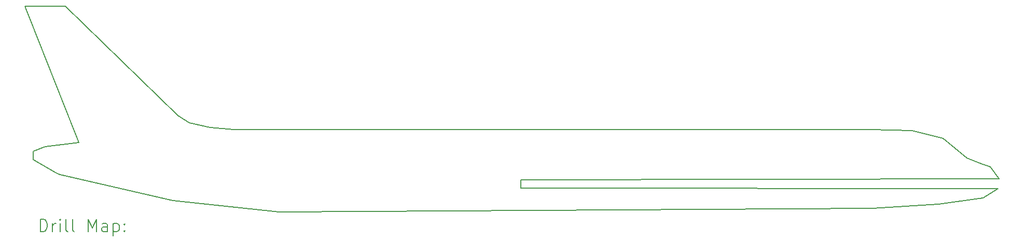
<source format=gbr>
%TF.GenerationSoftware,KiCad,Pcbnew,7.0.10*%
%TF.CreationDate,2024-11-15T18:30:06-05:00*%
%TF.ProjectId,plane_side_view,706c616e-655f-4736-9964-655f76696577,rev?*%
%TF.SameCoordinates,Original*%
%TF.FileFunction,Drillmap*%
%TF.FilePolarity,Positive*%
%FSLAX45Y45*%
G04 Gerber Fmt 4.5, Leading zero omitted, Abs format (unit mm)*
G04 Created by KiCad (PCBNEW 7.0.10) date 2024-11-15 18:30:06*
%MOMM*%
%LPD*%
G01*
G04 APERTURE LIST*
%ADD10C,0.200000*%
G04 APERTURE END LIST*
D10*
X11903330Y-7279906D02*
X11902317Y-7415676D01*
X19688535Y-7421616D02*
X19448796Y-7580352D01*
X19568495Y-7068971D02*
X19393239Y-7010720D01*
X19711997Y-7259616D02*
X19568495Y-7068971D01*
X19182686Y-6922030D02*
X19393239Y-7010720D01*
X18796000Y-6604000D02*
X19182686Y-6922030D01*
X18288000Y-6477000D02*
X18796000Y-6604000D01*
X17607750Y-6455518D02*
X18288000Y-6477000D01*
X18719006Y-7681909D02*
X19448796Y-7580352D01*
X17640197Y-7745760D02*
X18719006Y-7681909D01*
X6223000Y-7620000D02*
X4381271Y-7193609D01*
X7960709Y-7804164D02*
X6223000Y-7620000D01*
X11902317Y-7415676D02*
X19688535Y-7421616D01*
X19711997Y-7259616D02*
X11903330Y-7279906D01*
X4303955Y-7162628D02*
X4322903Y-7170344D01*
X4342105Y-7178080D01*
X4361561Y-7185834D01*
X4381271Y-7193609D01*
X7960709Y-7804164D02*
X17640197Y-7745760D01*
X7216953Y-6455518D02*
X17607750Y-6455518D01*
X6828410Y-6422475D02*
X7216953Y-6455518D01*
X6494560Y-6347274D02*
X6828410Y-6422475D01*
X6308443Y-6234751D02*
X6494560Y-6347274D01*
X4470481Y-4445000D02*
X6308443Y-6234751D01*
X3945111Y-6947568D02*
X4303955Y-7162628D01*
X3945111Y-6816524D02*
X3945111Y-6947568D01*
X4140240Y-6739337D02*
X3945111Y-6816524D01*
X4689730Y-6668958D02*
X4140240Y-6739337D01*
X3810000Y-4445000D02*
X4689730Y-6668958D01*
X4470481Y-4445000D02*
X3810000Y-4445000D01*
X4060777Y-8125648D02*
X4060777Y-7925648D01*
X4060777Y-7925648D02*
X4108396Y-7925648D01*
X4108396Y-7925648D02*
X4136967Y-7935171D01*
X4136967Y-7935171D02*
X4156015Y-7954219D01*
X4156015Y-7954219D02*
X4165539Y-7973267D01*
X4165539Y-7973267D02*
X4175062Y-8011362D01*
X4175062Y-8011362D02*
X4175062Y-8039933D01*
X4175062Y-8039933D02*
X4165539Y-8078029D01*
X4165539Y-8078029D02*
X4156015Y-8097076D01*
X4156015Y-8097076D02*
X4136967Y-8116124D01*
X4136967Y-8116124D02*
X4108396Y-8125648D01*
X4108396Y-8125648D02*
X4060777Y-8125648D01*
X4260777Y-8125648D02*
X4260777Y-7992314D01*
X4260777Y-8030410D02*
X4270301Y-8011362D01*
X4270301Y-8011362D02*
X4279824Y-8001838D01*
X4279824Y-8001838D02*
X4298872Y-7992314D01*
X4298872Y-7992314D02*
X4317920Y-7992314D01*
X4384586Y-8125648D02*
X4384586Y-7992314D01*
X4384586Y-7925648D02*
X4375063Y-7935171D01*
X4375063Y-7935171D02*
X4384586Y-7944695D01*
X4384586Y-7944695D02*
X4394110Y-7935171D01*
X4394110Y-7935171D02*
X4384586Y-7925648D01*
X4384586Y-7925648D02*
X4384586Y-7944695D01*
X4508396Y-8125648D02*
X4489348Y-8116124D01*
X4489348Y-8116124D02*
X4479824Y-8097076D01*
X4479824Y-8097076D02*
X4479824Y-7925648D01*
X4613158Y-8125648D02*
X4594110Y-8116124D01*
X4594110Y-8116124D02*
X4584586Y-8097076D01*
X4584586Y-8097076D02*
X4584586Y-7925648D01*
X4841729Y-8125648D02*
X4841729Y-7925648D01*
X4841729Y-7925648D02*
X4908396Y-8068505D01*
X4908396Y-8068505D02*
X4975063Y-7925648D01*
X4975063Y-7925648D02*
X4975063Y-8125648D01*
X5156015Y-8125648D02*
X5156015Y-8020886D01*
X5156015Y-8020886D02*
X5146491Y-8001838D01*
X5146491Y-8001838D02*
X5127444Y-7992314D01*
X5127444Y-7992314D02*
X5089348Y-7992314D01*
X5089348Y-7992314D02*
X5070301Y-8001838D01*
X5156015Y-8116124D02*
X5136967Y-8125648D01*
X5136967Y-8125648D02*
X5089348Y-8125648D01*
X5089348Y-8125648D02*
X5070301Y-8116124D01*
X5070301Y-8116124D02*
X5060777Y-8097076D01*
X5060777Y-8097076D02*
X5060777Y-8078029D01*
X5060777Y-8078029D02*
X5070301Y-8058981D01*
X5070301Y-8058981D02*
X5089348Y-8049457D01*
X5089348Y-8049457D02*
X5136967Y-8049457D01*
X5136967Y-8049457D02*
X5156015Y-8039933D01*
X5251253Y-7992314D02*
X5251253Y-8192314D01*
X5251253Y-8001838D02*
X5270301Y-7992314D01*
X5270301Y-7992314D02*
X5308396Y-7992314D01*
X5308396Y-7992314D02*
X5327444Y-8001838D01*
X5327444Y-8001838D02*
X5336967Y-8011362D01*
X5336967Y-8011362D02*
X5346491Y-8030410D01*
X5346491Y-8030410D02*
X5346491Y-8087552D01*
X5346491Y-8087552D02*
X5336967Y-8106600D01*
X5336967Y-8106600D02*
X5327444Y-8116124D01*
X5327444Y-8116124D02*
X5308396Y-8125648D01*
X5308396Y-8125648D02*
X5270301Y-8125648D01*
X5270301Y-8125648D02*
X5251253Y-8116124D01*
X5432205Y-8106600D02*
X5441729Y-8116124D01*
X5441729Y-8116124D02*
X5432205Y-8125648D01*
X5432205Y-8125648D02*
X5422682Y-8116124D01*
X5422682Y-8116124D02*
X5432205Y-8106600D01*
X5432205Y-8106600D02*
X5432205Y-8125648D01*
X5432205Y-8001838D02*
X5441729Y-8011362D01*
X5441729Y-8011362D02*
X5432205Y-8020886D01*
X5432205Y-8020886D02*
X5422682Y-8011362D01*
X5422682Y-8011362D02*
X5432205Y-8001838D01*
X5432205Y-8001838D02*
X5432205Y-8020886D01*
M02*

</source>
